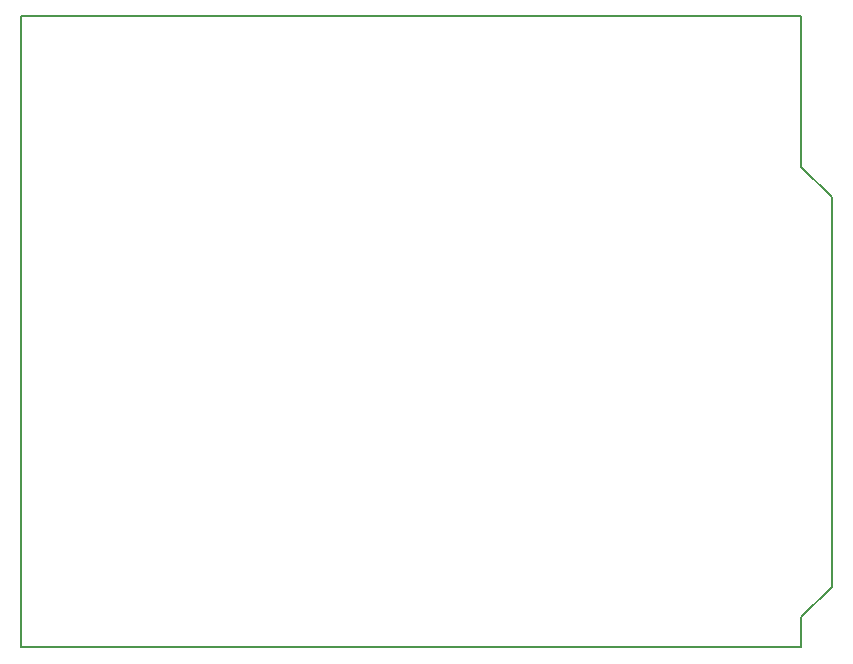
<source format=gbr>
%TF.GenerationSoftware,Altium Limited,Altium Designer,20.2.6 (244)*%
G04 Layer_Color=16711935*
%FSLAX26Y26*%
%MOIN*%
%TF.SameCoordinates,5A7C1849-F1A5-4743-A48D-7E663CB7BB3B*%
%TF.FilePolarity,Positive*%
%TF.FileFunction,Keep-out,Top*%
%TF.Part,Single*%
G01*
G75*
%TA.AperFunction,NonConductor*%
%ADD52C,0.005000*%
D52*
X0Y0D02*
Y2103937D01*
X2600000D01*
Y1600000D02*
Y2103937D01*
Y1600000D02*
X2703937Y1500000D01*
Y200000D02*
Y1500000D01*
X2600000Y100000D02*
X2703937Y200000D01*
X2600000Y0D02*
Y100000D01*
X0Y0D02*
X2600000D01*
%TF.MD5,bbde1ddb7c7c07da3d0cc02b657b5a53*%
M02*

</source>
